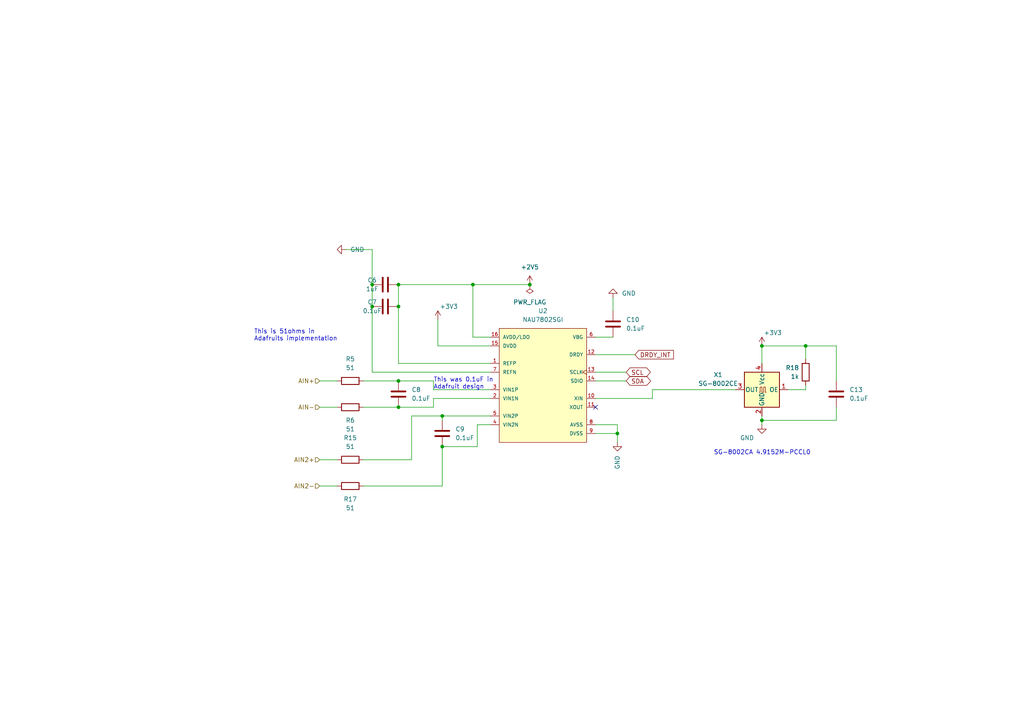
<source format=kicad_sch>
(kicad_sch (version 20211123) (generator eeschema)
  (paper "A4")
  (title_block (title "Development Board") (date "2022-03-15") (rev "2.1") (company "Plastic Scanner"))
  (lib_symbols
    (symbol "Device:C" (pin_numbers hide) (pin_names (offset 0.254))
      (property "Reference" "C" (at 0.635 2.54 0))
      (property "Value" "C" (at 0.635 -2.54 0))
      (symbol "C_0_1"
        (polyline (pts (xy -2.032 -0.762) (xy 2.032 -0.762)) (stroke (width 0.508)))
        (polyline (pts (xy -2.032 0.762) (xy 2.032 0.762)) (stroke (width 0.508)))
      )
      (symbol "C_1_1"
        (pin passive line (at 0 3.81 270) (length 2.794) (name "~") (number "1"))
        (pin passive line (at 0 -3.81 90) (length 2.794) (name "~") (number "2"))
      )
    )
    (symbol "Device:R" (pin_numbers hide) (pin_names (offset 0))
      (property "Reference" "R" (at 2.032 0 90))
      (property "Value" "R" (at 0 0 90))
      (symbol "R_0_1"
        (rectangle (start -1.016 -2.54) (end 1.016 2.54) (stroke (width 0.254)))
      )
      (symbol "R_1_1"
        (pin passive line (at 0 3.81 270) (length 1.27) (name "~") (number "1"))
        (pin passive line (at 0 -3.81 90) (length 1.27) (name "~") (number "2"))
      )
    )
    (symbol "Nuvoton_-_NAU7802SGI:NAU7802SGI" (pin_names (offset 1.016))
      (property "Reference" "U" (at 0 5.08 0))
      (property "Value" "NAU7802SGI" (at 0 7.62 0))
      (symbol "NAU7802SGI_1_1"
        (rectangle (start 5.08 2.54) (end 30.48 -30.48) (fill (type background)))
        (pin input line (at 2.54 -7.62 0) (length 2.54) (name "REFP") (number "1"))
        (pin input line (at 33.02 -17.78 180) (length 2.54) (name "XIN") (number "10"))
        (pin output line (at 33.02 -20.32 180) (length 2.54) (name "XOUT") (number "11"))
        (pin output line (at 33.02 -5.08 180) (length 2.54) (name "DRDY") (number "12"))
        (pin input clock (at 33.02 -10.16 180) (length 2.54) (name "SCLK") (number "13"))
        (pin bidirectional line (at 33.02 -12.7 180) (length 2.54) (name "SDIO") (number "14"))
        (pin power_in line (at 2.54 -2.54 0) (length 2.54) (name "DVDD") (number "15"))
        (pin power_in line (at 2.54 0 0) (length 2.54) (name "AVDD/LDO") (number "16"))
        (pin input line (at 2.54 -17.78 0) (length 2.54) (name "VIN1N") (number "2"))
        (pin input line (at 2.54 -15.24 0) (length 2.54) (name "VIN1P") (number "3"))
        (pin input line (at 2.54 -25.4 0) (length 2.54) (name "VIN2N") (number "4"))
        (pin input line (at 2.54 -22.86 0) (length 2.54) (name "VIN2P") (number "5"))
        (pin output line (at 33.02 0 180) (length 2.54) (name "VBG") (number "6"))
        (pin input line (at 2.54 -10.16 0) (length 2.54) (name "REFN") (number "7"))
        (pin power_in line (at 33.02 -25.4 180) (length 2.54) (name "AVSS") (number "8"))
        (pin power_in line (at 33.02 -27.94 180) (length 2.54) (name "DVSS") (number "9"))
      )
    )
    (symbol "Oscillator:SG-8002CE" (pin_names (offset 0.254))
      (property "Reference" "X" (at -5.08 6.35 0))
      (property "Value" "SG-8002CE" (at 1.27 -6.35 0))
      (symbol "SG-8002CE_0_1"
        (rectangle (start -5.08 5.08) (end 5.08 -5.08) (stroke (width 0.254)) (fill (type background)))
        (polyline (pts (xy -1.27 -0.762) (xy -1.016 -0.762) (xy -1.016 0.762) (xy -0.508 0.762) (xy -0.508 -0.762) (xy 0 -0.762) (xy 0 0.762) (xy 0.508 0.762) (xy 0.508 -0.762) (xy 0.762 -0.762)))
      )
      (symbol "SG-8002CE_1_1"
        (pin input line (at -7.62 0 0) (length 2.54) (name "OE") (number "1"))
        (pin power_in line (at 0 -7.62 90) (length 2.54) (name "GND") (number "2"))
        (pin output line (at 7.62 0 180) (length 2.54) (name "OUT") (number "3"))
        (pin power_in line (at 0 7.62 270) (length 2.54) (name "Vcc") (number "4"))
      )
    )
    (symbol "power:+2V5" (power) (pin_names (offset 0))
      (property "Value" "+2V5" (at 0 3.556 0))
      (symbol "+2V5_0_1"
        (polyline (pts (xy -0.762 1.27) (xy 0 2.54)))
        (polyline (pts (xy 0 0) (xy 0 2.54)))
        (polyline (pts (xy 0 2.54) (xy 0.762 1.27)))
      )
      (symbol "+2V5_1_1"
        (pin power_in line (at 0 0 90) (length 0) hide (name "+2V5") (number "1"))
      )
    )
    (symbol "power:+3.3V" (power) (pin_names (offset 0))
      (property "Value" "+3.3V" (at 0 3.556 0))
      (symbol "+3.3V_0_1"
        (polyline (pts (xy -0.762 1.27) (xy 0 2.54)))
        (polyline (pts (xy 0 0) (xy 0 2.54)))
        (polyline (pts (xy 0 2.54) (xy 0.762 1.27)))
      )
      (symbol "+3.3V_1_1"
        (pin power_in line (at 0 0 90) (length 0) hide (name "+3V3") (number "1"))
      )
    )
    (symbol "power:GND" (power) (pin_names (offset 0))
      (property "Value" "GND" (at 0 -3.81 0))
      (symbol "GND_0_1"
        (polyline (pts (xy 0 0) (xy 0 -1.27) (xy 1.27 -1.27) (xy 0 -2.54) (xy -1.27 -1.27) (xy 0 -1.27)))
      )
      (symbol "GND_1_1"
        (pin power_in line (at 0 0 270) (length 0) hide (name "GND") (number "1"))
      )
    )
    (symbol "power:PWR_FLAG" (power) (pin_numbers hide) (pin_names (offset 0) hide)
      (property "Value" "PWR_FLAG" (at 0 3.81 0))
      (symbol "PWR_FLAG_0_0"
        (pin power_out line (at 0 0 90) (length 0) (name "pwr") (number "1"))
      )
      (symbol "PWR_FLAG_0_1"
        (polyline (pts (xy 0 0) (xy 0 1.27) (xy -1.016 1.905) (xy 0 2.54) (xy 1.016 1.905) (xy 0 1.27)))
      )
    )
  )
  (bus_alias "SPI" (members "CLK" "MOSI" "MISO" "CS1"))
  (junction (at 115.57 118.11))
  (junction (at 179.07 125.73))
  (junction (at 115.57 88.9))
  (junction (at 137.16 82.55))
  (junction (at 115.57 82.55))
  (junction (at 220.98 100.33))
  (junction (at 233.68 100.33))
  (junction (at 115.57 110.49))
  (junction (at 153.67 82.55))
  (junction (at 220.98 121.92))
  (junction (at 107.95 88.9))
  (junction (at 128.27 120.65))
  (junction (at 107.95 82.55))
  (junction (at 128.27 129.54))
  (no_connect (at 172.72 118.11))
  (wire (pts (xy 233.68 100.33) (xy 242.57 100.33)))
  (wire (pts (xy 220.98 120.65) (xy 220.98 121.92)))
  (wire (pts (xy 137.16 82.55) (xy 137.16 97.79)))
  (wire (pts (xy 100.33 72.39) (xy 107.95 72.39)))
  (wire (pts (xy 242.57 121.92) (xy 242.57 118.11)))
  (wire (pts (xy 138.43 129.54) (xy 128.27 129.54)))
  (wire (pts (xy 92.71 118.11) (xy 97.79 118.11)))
  (wire (pts (xy 172.72 97.79) (xy 177.8 97.79)))
  (wire (pts (xy 128.27 120.65) (xy 128.27 121.92)))
  (wire (pts (xy 179.07 125.73) (xy 179.07 128.27)))
  (wire (pts (xy 107.95 72.39) (xy 107.95 82.55)))
  (wire (pts (xy 189.23 115.57) (xy 189.23 113.03)))
  (wire (pts (xy 172.72 102.87) (xy 184.15 102.87)))
  (wire (pts (xy 105.41 118.11) (xy 115.57 118.11)))
  (wire (pts (xy 127 100.33) (xy 142.24 100.33)))
  (wire (pts (xy 115.57 82.55) (xy 137.16 82.55)))
  (wire (pts (xy 92.71 140.97) (xy 97.79 140.97)))
  (wire (pts (xy 177.8 86.36) (xy 177.8 90.17)))
  (wire (pts (xy 233.68 104.14) (xy 233.68 100.33)))
  (wire (pts (xy 115.57 105.41) (xy 142.24 105.41)))
  (wire (pts (xy 137.16 82.55) (xy 153.67 82.55)))
  (wire (pts (xy 107.95 107.95) (xy 107.95 88.9)))
  (wire (pts (xy 172.72 115.57) (xy 189.23 115.57)))
  (wire (pts (xy 220.98 121.92) (xy 242.57 121.92)))
  (wire (pts (xy 105.41 110.49) (xy 115.57 110.49)))
  (wire (pts (xy 233.68 111.76) (xy 233.68 113.03)))
  (wire (pts (xy 172.72 125.73) (xy 179.07 125.73)))
  (wire (pts (xy 128.27 140.97) (xy 128.27 129.54)))
  (wire (pts (xy 142.24 115.57) (xy 125.73 115.57)))
  (wire (pts (xy 172.72 107.95) (xy 181.61 107.95)))
  (wire (pts (xy 233.68 113.03) (xy 228.6 113.03)))
  (wire (pts (xy 142.24 120.65) (xy 128.27 120.65)))
  (wire (pts (xy 125.73 115.57) (xy 125.73 118.11)))
  (wire (pts (xy 233.68 100.33) (xy 220.98 100.33)))
  (wire (pts (xy 137.16 97.79) (xy 142.24 97.79)))
  (wire (pts (xy 142.24 113.03) (xy 125.73 113.03)))
  (wire (pts (xy 125.73 113.03) (xy 125.73 110.49)))
  (wire (pts (xy 220.98 121.92) (xy 220.98 123.19)))
  (wire (pts (xy 138.43 123.19) (xy 138.43 129.54)))
  (wire (pts (xy 220.98 100.33) (xy 220.98 105.41)))
  (wire (pts (xy 105.41 140.97) (xy 128.27 140.97)))
  (wire (pts (xy 142.24 107.95) (xy 107.95 107.95)))
  (wire (pts (xy 179.07 123.19) (xy 179.07 125.73)))
  (wire (pts (xy 105.41 133.35) (xy 119.38 133.35)))
  (wire (pts (xy 138.43 123.19) (xy 142.24 123.19)))
  (wire (pts (xy 127 92.71) (xy 127 100.33)))
  (wire (pts (xy 189.23 113.03) (xy 213.36 113.03)))
  (wire (pts (xy 125.73 118.11) (xy 115.57 118.11)))
  (wire (pts (xy 92.71 133.35) (xy 97.79 133.35)))
  (wire (pts (xy 125.73 110.49) (xy 115.57 110.49)))
  (wire (pts (xy 242.57 100.33) (xy 242.57 110.49)))
  (wire (pts (xy 119.38 133.35) (xy 119.38 120.65)))
  (wire (pts (xy 92.71 110.49) (xy 97.79 110.49)))
  (wire (pts (xy 172.72 123.19) (xy 179.07 123.19)))
  (wire (pts (xy 115.57 88.9) (xy 115.57 105.41)))
  (wire (pts (xy 119.38 120.65) (xy 128.27 120.65)))
  (wire (pts (xy 172.72 110.49) (xy 181.61 110.49)))
  (wire (pts (xy 107.95 82.55) (xy 107.95 88.9)))
  (wire (pts (xy 115.57 82.55) (xy 115.57 88.9)))
  (text "This was 0.1uF in \nAdafruit design" (at 125.73 113.03 0) (effects (font (size 1.27 1.27)) (justify left bottom)))
  (text "SG-8002CA 4.9152M-PCCL0" (at 207.01 132.08 0) (effects (font (size 1.27 1.27)) (justify left bottom)))
  (text "This is 51ohms in \nAdafruits implementation" (at 73.66 99.06 0) (effects (font (size 1.27 1.27)) (justify left bottom)))
  (global_label "SCL" (shape bidirectional) (at 181.61 107.95 0) (property "Intersheet References" "${INTERSHEET_REFS}" (effects hide)))
  (global_label "DRDY_INT" (shape input) (at 184.15 102.87 0) (property "Intersheet References" "${INTERSHEET_REFS}" (effects hide)))
  (global_label "SDA" (shape bidirectional) (at 181.61 110.49 0) (property "Intersheet References" "${INTERSHEET_REFS}" (effects hide)))
  (hierarchical_label "AIN2+" (shape input) (at 92.71 133.35 180))
  (hierarchical_label "AIN2-" (shape input) (at 92.71 140.97 180))
  (hierarchical_label "AIN+" (shape input) (at 92.71 110.49 180))
  (hierarchical_label "AIN-" (shape input) (at 92.71 118.11 180))
  (symbol (lib_id "Device:C") (at 111.76 82.55 90) (unit 1)
    (property "Reference" "C6" (at 107.95 81.28 90))
    (property "Value" "1uF" (at 107.95 83.82 90))
    (property "Footprint" "Capacitor_SMD:C_0603_1608Metric_Pad1.08x0.95mm_HandSolder" (effects hide))
  )
  (symbol (lib_id "Device:C") (at 177.8 93.98 0) (unit 1)
    (property "Reference" "C10" (at 181.61 92.7099 0) (effects (justify left)))
    (property "Value" "0.1uF" (at 181.61 95.2499 0) (effects (justify left)))
    (property "Footprint" "Capacitor_SMD:C_0603_1608Metric_Pad1.08x0.95mm_HandSolder" (effects hide))
  )
  (symbol (lib_id "Nuvoton_-_NAU7802SGI:NAU7802SGI") (at 139.7 97.79 0) (unit 1)
    (property "Reference" "U2" (at 157.48 90.17 0))
    (property "Value" "NAU7802SGI" (at 157.48 92.71 0))
    (property "Footprint" "Nuvoton-NAU7802SGI:Nuvoton-NAU7802SGI" (effects hide))
    (property "Datasheet" "http://www.nuvoton.com/resource-files/NAU7802%20Data%20Sheet%20V1.7.pdf" (effects hide))
    (property "ambient temperature range high" "+85°C" (effects hide))
    (property "ambient temperature range low" "-40°C" (effects hide))
    (property "category" "IC" (effects hide))
    (property "data polarity" "Bipolar" (effects hide))
    (property "device class L1" "Integrated Circuits (ICs)" (effects hide))
    (property "device class L2" "Data Converter ICs" (effects hide))
    (property "device class L3" "Analog to Digital Converters (ADCs)" (effects hide))
    (property "digikey description" "IC ADC 24BIT I2C/SRL 16-SOP" (effects hide))
    (property "digikey part number" "NAU7802SGI-ND" (effects hide))
    (property "height" "1.75mm" (effects hide))
    (property "interface" "I2C,2-Wire" (effects hide))
    (property "ipc land pattern name" "SOIC127P600X155-16" (effects hide))
    (property "lead free" "yes" (effects hide))
    (property "library id" "633e3c39f43f75df" (effects hide))
    (property "manufacturer" "Nuvoton" (effects hide))
    (property "max supply voltage" "5.5V" (effects hide))
    (property "min supply voltage" "2.7V" (effects hide))
    (property "nominal supply current" "2-2.1mA" (effects hide))
    (property "number of channels" "2" (effects hide))
    (property "number of converters" "2" (effects hide))
    (property "package" "SOP16" (effects hide))
    (property "resolution" "24b" (effects hide))
    (property "rohs" "yes" (effects hide))
    (property "sampling rate" "320bps" (effects hide))
    (property "standoff height" "0.1mm" (effects hide))
    (property "temperature range high" "+85°C" (effects hide))
    (property "temperature range low" "-40°C" (effects hide))
  )
  (symbol (lib_id "Device:R") (at 233.68 107.95 0) (mirror x) (unit 1)
    (property "Reference" "R18" (at 231.775 106.6799 0) (effects (justify right)))
    (property "Value" "1k" (at 231.775 109.2199 0) (effects (justify right)))
    (property "Footprint" "Resistor_SMD:R_0603_1608Metric_Pad0.98x0.95mm_HandSolder" (effects hide))
  )
  (symbol (lib_id "power:PWR_FLAG") (at 153.67 82.55 0) (mirror x) (unit 1)
    (property "Reference" "#FLG0101" (effects hide))
    (property "Value" "PWR_FLAG" (at 153.67 87.63 0))
  )
  (symbol (lib_id "Device:C") (at 111.76 88.9 90) (unit 1)
    (property "Reference" "C7" (at 107.95 87.63 90))
    (property "Value" "0.1uF" (at 107.95 90.17 90))
    (property "Footprint" "Capacitor_SMD:C_0603_1608Metric_Pad1.08x0.95mm_HandSolder" (effects hide))
  )
  (symbol (lib_id "power:GND") (at 220.98 123.19 0) (mirror y) (unit 1)
    (property "Reference" "#PWR012" (effects hide))
    (property "Value" "GND" (at 214.63 127 0) (effects (justify right)))
  )
  (symbol (lib_id "Device:C") (at 128.27 125.73 0) (unit 1)
    (property "Reference" "C9" (at 132.08 124.4599 0) (effects (justify left)))
    (property "Value" "0.1uF" (at 132.08 126.9999 0) (effects (justify left)))
    (property "Footprint" "Capacitor_SMD:C_0603_1608Metric_Pad1.08x0.95mm_HandSolder" (effects hide))
  )
  (symbol (lib_id "power:GND") (at 100.33 72.39 270) (unit 1)
    (property "Reference" "#PWR0101" (effects hide))
    (property "Value" "GND" (at 101.6 72.3899 90) (effects (justify left)))
  )
  (symbol (lib_id "power:GND") (at 179.07 128.27 0) (unit 1)
    (property "Reference" "#PWR0106" (effects hide))
    (property "Value" "GND" (at 179.0701 132.08 90) (effects (justify right)))
  )
  (symbol (lib_id "Device:R") (at 101.6 140.97 90) (mirror x) (unit 1)
    (property "Reference" "R17" (at 101.6 144.78 90))
    (property "Value" "51" (at 101.6 147.32 90))
    (property "Footprint" "Resistor_SMD:R_0603_1608Metric_Pad0.98x0.95mm_HandSolder" (effects hide))
  )
  (symbol (lib_id "Oscillator:SG-8002CE") (at 220.98 113.03 0) (mirror y) (unit 1)
    (property "Reference" "X1" (at 208.28 108.6993 0))
    (property "Value" "SG-8002CE" (at 208.28 111.2393 0))
    (property "Footprint" "Oscillator:Oscillator_SMD_SeikoEpson_SG8002CE-4Pin_3.2x2.5mm" (effects hide))
    (property "Datasheet" "https://support.epson.biz/td/api/doc_check.php?mode=dl&lang=en&Parts=SG-8002DC" (effects hide))
  )
  (symbol (lib_id "power:+3.3V") (at 127 92.71 0) (unit 1)
    (property "Reference" "#PWR0104" (effects hide))
    (property "Value" "+3.3V" (at 130.175 88.9 0))
  )
  (symbol (lib_id "power:+2V5") (at 153.67 82.55 0) (unit 1)
    (property "Reference" "#PWR0118" (effects hide))
    (property "Value" "+2V5" (at 153.67 77.47 0))
  )
  (symbol (lib_id "power:+3.3V") (at 220.98 100.33 0) (unit 1)
    (property "Reference" "#PWR0133" (effects hide))
    (property "Value" "+3.3V" (at 224.155 96.52 0))
  )
  (symbol (lib_id "Device:C") (at 115.57 114.3 0) (unit 1)
    (property "Reference" "C8" (at 119.38 113.0299 0) (effects (justify left)))
    (property "Value" "0.1uF" (at 119.38 115.5699 0) (effects (justify left)))
    (property "Footprint" "Capacitor_SMD:C_0603_1608Metric_Pad1.08x0.95mm_HandSolder" (effects hide))
  )
  (symbol (lib_id "Device:R") (at 101.6 133.35 90) (unit 1)
    (property "Reference" "R15" (at 101.6 127 90))
    (property "Value" "51" (at 101.6 129.54 90))
    (property "Footprint" "Resistor_SMD:R_0603_1608Metric_Pad0.98x0.95mm_HandSolder" (effects hide))
  )
  (symbol (lib_id "Device:C") (at 242.57 114.3 0) (unit 1)
    (property "Reference" "C13" (at 246.38 113.0299 0) (effects (justify left)))
    (property "Value" "0.1uF" (at 246.38 115.5699 0) (effects (justify left)))
    (property "Footprint" "Capacitor_SMD:C_0603_1608Metric_Pad1.08x0.95mm_HandSolder" (effects hide))
  )
  (symbol (lib_id "Device:R") (at 101.6 118.11 90) (mirror x) (unit 1)
    (property "Reference" "R6" (at 101.6 121.92 90))
    (property "Value" "51" (at 101.6 124.46 90))
    (property "Footprint" "Resistor_SMD:R_0603_1608Metric_Pad0.98x0.95mm_HandSolder" (effects hide))
  )
  (symbol (lib_id "power:GND") (at 177.8 86.36 180) (unit 1)
    (property "Reference" "#PWR0105" (effects hide))
    (property "Value" "GND" (at 180.34 85.0899 0) (effects (justify right)))
  )
  (symbol (lib_id "Device:R") (at 101.6 110.49 90) (unit 1)
    (property "Reference" "R5" (at 101.6 104.14 90))
    (property "Value" "51" (at 101.6 106.68 90))
    (property "Footprint" "Resistor_SMD:R_0603_1608Metric_Pad0.98x0.95mm_HandSolder" (effects hide))
  )
)
</source>
